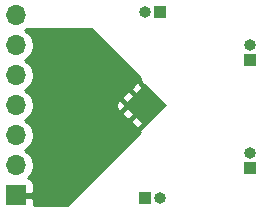
<source format=gbr>
%TF.GenerationSoftware,KiCad,Pcbnew,(5.1.10)-1*%
%TF.CreationDate,2021-07-26T18:41:30-05:00*%
%TF.ProjectId,LDC1314-Breakout,4c444331-3331-4342-9d42-7265616b6f75,rev?*%
%TF.SameCoordinates,Original*%
%TF.FileFunction,Copper,L2,Bot*%
%TF.FilePolarity,Positive*%
%FSLAX46Y46*%
G04 Gerber Fmt 4.6, Leading zero omitted, Abs format (unit mm)*
G04 Created by KiCad (PCBNEW (5.1.10)-1) date 2021-07-26 18:41:30*
%MOMM*%
%LPD*%
G01*
G04 APERTURE LIST*
%TA.AperFunction,ComponentPad*%
%ADD10O,1.000000X1.000000*%
%TD*%
%TA.AperFunction,ComponentPad*%
%ADD11R,1.000000X1.000000*%
%TD*%
%TA.AperFunction,ComponentPad*%
%ADD12O,1.700000X1.700000*%
%TD*%
%TA.AperFunction,ComponentPad*%
%ADD13R,1.700000X1.700000*%
%TD*%
%TA.AperFunction,SMDPad,CuDef*%
%ADD14C,0.100000*%
%TD*%
%TA.AperFunction,ComponentPad*%
%ADD15C,0.500000*%
%TD*%
%TA.AperFunction,ViaPad*%
%ADD16C,0.800000*%
%TD*%
%TA.AperFunction,Conductor*%
%ADD17C,0.400000*%
%TD*%
%TA.AperFunction,Conductor*%
%ADD18C,0.250000*%
%TD*%
%TA.AperFunction,Conductor*%
%ADD19C,0.254000*%
%TD*%
%TA.AperFunction,Conductor*%
%ADD20C,0.100000*%
%TD*%
G04 APERTURE END LIST*
D10*
%TO.P,J2,2*%
%TO.N,/Coil1_B*%
X172720000Y-119634000D03*
D11*
%TO.P,J2,1*%
%TO.N,/Coil1_A*%
X172720000Y-120904000D03*
%TD*%
D10*
%TO.P,J3,2*%
%TO.N,/Coil2_B*%
X172720000Y-110490000D03*
D11*
%TO.P,J3,1*%
%TO.N,/Coil2_A*%
X172720000Y-111760000D03*
%TD*%
D10*
%TO.P,J1,2*%
%TO.N,/Coil0_B*%
X165100000Y-123444000D03*
D11*
%TO.P,J1,1*%
%TO.N,/Coil0_A*%
X163830000Y-123444000D03*
%TD*%
D10*
%TO.P,J4,2*%
%TO.N,/Coil3_B*%
X163830000Y-107696000D03*
D11*
%TO.P,J4,1*%
%TO.N,/Coil3_A*%
X165100000Y-107696000D03*
%TD*%
D12*
%TO.P,J5,7*%
%TO.N,SCL*%
X152908000Y-107950000D03*
%TO.P,J5,6*%
%TO.N,SDA*%
X152908000Y-110490000D03*
%TO.P,J5,5*%
%TO.N,ADDR*%
X152908000Y-113030000D03*
%TO.P,J5,4*%
%TO.N,INT*%
X152908000Y-115570000D03*
%TO.P,J5,3*%
%TO.N,SHUTDOWN*%
X152908000Y-118110000D03*
%TO.P,J5,2*%
%TO.N,+3V3*%
X152908000Y-120650000D03*
D13*
%TO.P,J5,1*%
%TO.N,GND*%
X152908000Y-123190000D03*
%TD*%
%TA.AperFunction,SMDPad,CuDef*%
D14*
%TO.P,U1,17*%
%TO.N,GND*%
G36*
X161991522Y-115570000D02*
G01*
X163830000Y-113731522D01*
X165668478Y-115570000D01*
X163830000Y-117408478D01*
X161991522Y-115570000D01*
G37*
%TD.AperFunction*%
D15*
X163830000Y-117054924D03*
X163087538Y-116312462D03*
X162345076Y-115570000D03*
X164572462Y-116312462D03*
X163830000Y-115570000D03*
X163087538Y-114827538D03*
X165314924Y-115570000D03*
X164572462Y-114827538D03*
X163830000Y-114085076D03*
%TD*%
D16*
%TO.N,GND*%
X159766000Y-117856000D03*
X161036000Y-119126000D03*
X159512000Y-114046000D03*
%TD*%
D17*
%TO.N,GND*%
X163830000Y-115570000D02*
X162306000Y-117094000D01*
X163830000Y-117054924D02*
X162814000Y-118070924D01*
X162345076Y-115570000D02*
X161583076Y-116332000D01*
D18*
X163830000Y-115570000D02*
X162306000Y-115570000D01*
D17*
X162306000Y-115570000D02*
X161544000Y-114808000D01*
X163830000Y-115570000D02*
X162306000Y-114046000D01*
D18*
X162306000Y-114046000D02*
X162052000Y-114046000D01*
D17*
X163830000Y-114085076D02*
X163028924Y-113284000D01*
D18*
X154432000Y-123190000D02*
X159766000Y-117856000D01*
X152908000Y-123190000D02*
X154432000Y-123190000D01*
%TD*%
D19*
%TO.N,GND*%
X163386458Y-113274064D02*
X163378815Y-113280337D01*
X162663804Y-113999693D01*
X162663804Y-114046158D01*
X162557200Y-114117592D01*
X162551552Y-114111944D01*
X162522963Y-114140533D01*
X162522481Y-114140856D01*
X162462067Y-114201429D01*
X162371944Y-114291552D01*
X162377503Y-114297111D01*
X162306416Y-114403804D01*
X162259693Y-114403804D01*
X161540337Y-115118815D01*
X161460984Y-115215506D01*
X161402020Y-115325820D01*
X161365711Y-115445519D01*
X161353450Y-115570000D01*
X161365711Y-115694481D01*
X161402020Y-115814180D01*
X161460984Y-115924494D01*
X161540337Y-116021185D01*
X162259693Y-116736196D01*
X162306158Y-116736196D01*
X162377592Y-116842800D01*
X162371944Y-116848448D01*
X162400533Y-116877037D01*
X162400856Y-116877519D01*
X162461429Y-116937933D01*
X162551552Y-117028056D01*
X162557111Y-117022497D01*
X162663804Y-117093584D01*
X162663804Y-117140307D01*
X163378815Y-117859663D01*
X163386458Y-117865936D01*
X157198394Y-124054000D01*
X154394693Y-124054000D01*
X154396072Y-124040000D01*
X154393000Y-123475750D01*
X154234250Y-123317000D01*
X153289000Y-123317000D01*
X153289000Y-123063000D01*
X154234250Y-123063000D01*
X154393000Y-122904250D01*
X154396072Y-122340000D01*
X154383812Y-122215518D01*
X154347502Y-122095820D01*
X154288537Y-121985506D01*
X154209185Y-121888815D01*
X154112494Y-121809463D01*
X154002180Y-121750498D01*
X153929620Y-121728487D01*
X154061475Y-121596632D01*
X154223990Y-121353411D01*
X154335932Y-121083158D01*
X154393000Y-120796260D01*
X154393000Y-120503740D01*
X154335932Y-120216842D01*
X154223990Y-119946589D01*
X154061475Y-119703368D01*
X153854632Y-119496525D01*
X153680240Y-119380000D01*
X153854632Y-119263475D01*
X154061475Y-119056632D01*
X154223990Y-118813411D01*
X154335932Y-118543158D01*
X154393000Y-118256260D01*
X154393000Y-117963740D01*
X154335932Y-117676842D01*
X154223990Y-117406589D01*
X154061475Y-117163368D01*
X153854632Y-116956525D01*
X153680240Y-116840000D01*
X153854632Y-116723475D01*
X154061475Y-116516632D01*
X154223990Y-116273411D01*
X154335932Y-116003158D01*
X154393000Y-115716260D01*
X154393000Y-115423740D01*
X154335932Y-115136842D01*
X154223990Y-114866589D01*
X154061475Y-114623368D01*
X153854632Y-114416525D01*
X153680240Y-114300000D01*
X153854632Y-114183475D01*
X154061475Y-113976632D01*
X154223990Y-113733411D01*
X154335932Y-113463158D01*
X154393000Y-113176260D01*
X154393000Y-112883740D01*
X154335932Y-112596842D01*
X154223990Y-112326589D01*
X154061475Y-112083368D01*
X153854632Y-111876525D01*
X153680240Y-111760000D01*
X153854632Y-111643475D01*
X154061475Y-111436632D01*
X154223990Y-111193411D01*
X154335932Y-110923158D01*
X154393000Y-110636260D01*
X154393000Y-110343740D01*
X154335932Y-110056842D01*
X154223990Y-109786589D01*
X154061475Y-109543368D01*
X153854632Y-109336525D01*
X153680240Y-109220000D01*
X153854632Y-109103475D01*
X153865107Y-109093000D01*
X159205394Y-109093000D01*
X163386458Y-113274064D01*
%TA.AperFunction,Conductor*%
D20*
G36*
X163386458Y-113274064D02*
G01*
X163378815Y-113280337D01*
X162663804Y-113999693D01*
X162663804Y-114046158D01*
X162557200Y-114117592D01*
X162551552Y-114111944D01*
X162522963Y-114140533D01*
X162522481Y-114140856D01*
X162462067Y-114201429D01*
X162371944Y-114291552D01*
X162377503Y-114297111D01*
X162306416Y-114403804D01*
X162259693Y-114403804D01*
X161540337Y-115118815D01*
X161460984Y-115215506D01*
X161402020Y-115325820D01*
X161365711Y-115445519D01*
X161353450Y-115570000D01*
X161365711Y-115694481D01*
X161402020Y-115814180D01*
X161460984Y-115924494D01*
X161540337Y-116021185D01*
X162259693Y-116736196D01*
X162306158Y-116736196D01*
X162377592Y-116842800D01*
X162371944Y-116848448D01*
X162400533Y-116877037D01*
X162400856Y-116877519D01*
X162461429Y-116937933D01*
X162551552Y-117028056D01*
X162557111Y-117022497D01*
X162663804Y-117093584D01*
X162663804Y-117140307D01*
X163378815Y-117859663D01*
X163386458Y-117865936D01*
X157198394Y-124054000D01*
X154394693Y-124054000D01*
X154396072Y-124040000D01*
X154393000Y-123475750D01*
X154234250Y-123317000D01*
X153289000Y-123317000D01*
X153289000Y-123063000D01*
X154234250Y-123063000D01*
X154393000Y-122904250D01*
X154396072Y-122340000D01*
X154383812Y-122215518D01*
X154347502Y-122095820D01*
X154288537Y-121985506D01*
X154209185Y-121888815D01*
X154112494Y-121809463D01*
X154002180Y-121750498D01*
X153929620Y-121728487D01*
X154061475Y-121596632D01*
X154223990Y-121353411D01*
X154335932Y-121083158D01*
X154393000Y-120796260D01*
X154393000Y-120503740D01*
X154335932Y-120216842D01*
X154223990Y-119946589D01*
X154061475Y-119703368D01*
X153854632Y-119496525D01*
X153680240Y-119380000D01*
X153854632Y-119263475D01*
X154061475Y-119056632D01*
X154223990Y-118813411D01*
X154335932Y-118543158D01*
X154393000Y-118256260D01*
X154393000Y-117963740D01*
X154335932Y-117676842D01*
X154223990Y-117406589D01*
X154061475Y-117163368D01*
X153854632Y-116956525D01*
X153680240Y-116840000D01*
X153854632Y-116723475D01*
X154061475Y-116516632D01*
X154223990Y-116273411D01*
X154335932Y-116003158D01*
X154393000Y-115716260D01*
X154393000Y-115423740D01*
X154335932Y-115136842D01*
X154223990Y-114866589D01*
X154061475Y-114623368D01*
X153854632Y-114416525D01*
X153680240Y-114300000D01*
X153854632Y-114183475D01*
X154061475Y-113976632D01*
X154223990Y-113733411D01*
X154335932Y-113463158D01*
X154393000Y-113176260D01*
X154393000Y-112883740D01*
X154335932Y-112596842D01*
X154223990Y-112326589D01*
X154061475Y-112083368D01*
X153854632Y-111876525D01*
X153680240Y-111760000D01*
X153854632Y-111643475D01*
X154061475Y-111436632D01*
X154223990Y-111193411D01*
X154335932Y-110923158D01*
X154393000Y-110636260D01*
X154393000Y-110343740D01*
X154335932Y-110056842D01*
X154223990Y-109786589D01*
X154061475Y-109543368D01*
X153854632Y-109336525D01*
X153680240Y-109220000D01*
X153854632Y-109103475D01*
X153865107Y-109093000D01*
X159205394Y-109093000D01*
X163386458Y-113274064D01*
G37*
%TD.AperFunction*%
D19*
X164023748Y-115555858D02*
X164009605Y-115570000D01*
X164023748Y-115584143D01*
X163844143Y-115763748D01*
X163830000Y-115749605D01*
X163815858Y-115763748D01*
X163636253Y-115584143D01*
X163650395Y-115570000D01*
X163636253Y-115555858D01*
X163815858Y-115376253D01*
X163830000Y-115390395D01*
X163844143Y-115376253D01*
X164023748Y-115555858D01*
%TA.AperFunction,Conductor*%
D20*
G36*
X164023748Y-115555858D02*
G01*
X164009605Y-115570000D01*
X164023748Y-115584143D01*
X163844143Y-115763748D01*
X163830000Y-115749605D01*
X163815858Y-115763748D01*
X163636253Y-115584143D01*
X163650395Y-115570000D01*
X163636253Y-115555858D01*
X163815858Y-115376253D01*
X163830000Y-115390395D01*
X163844143Y-115376253D01*
X164023748Y-115555858D01*
G37*
%TD.AperFunction*%
%TD*%
M02*

</source>
